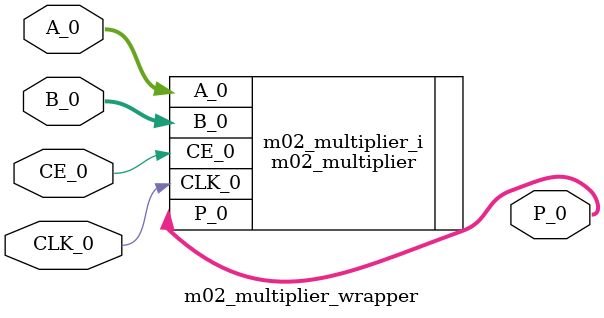
<source format=v>
`timescale 1 ps / 1 ps

module m02_multiplier_wrapper
   (A_0,
    B_0,
    CE_0,
    CLK_0,
    P_0);
  input [23:0]A_0;
  input [8:0]B_0;
  input CE_0;
  input CLK_0;
  output [32:0]P_0;

  wire [23:0]A_0;
  wire [8:0]B_0;
  wire CE_0;
  wire CLK_0;
  wire [32:0]P_0;

  m02_multiplier m02_multiplier_i
       (.A_0(A_0),
        .B_0(B_0),
        .CE_0(CE_0),
        .CLK_0(CLK_0),
        .P_0(P_0));
endmodule

</source>
